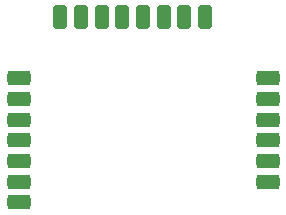
<source format=gbr>
%TF.GenerationSoftware,KiCad,Pcbnew,(6.0.6)*%
%TF.CreationDate,2022-08-03T19:41:37-05:00*%
%TF.ProjectId,GBOYAudioBreakout,47424f59-4175-4646-996f-427265616b6f,rev?*%
%TF.SameCoordinates,Original*%
%TF.FileFunction,Paste,Top*%
%TF.FilePolarity,Positive*%
%FSLAX46Y46*%
G04 Gerber Fmt 4.6, Leading zero omitted, Abs format (unit mm)*
G04 Created by KiCad (PCBNEW (6.0.6)) date 2022-08-03 19:41:37*
%MOMM*%
%LPD*%
G01*
G04 APERTURE LIST*
G04 Aperture macros list*
%AMRoundRect*
0 Rectangle with rounded corners*
0 $1 Rounding radius*
0 $2 $3 $4 $5 $6 $7 $8 $9 X,Y pos of 4 corners*
0 Add a 4 corners polygon primitive as box body*
4,1,4,$2,$3,$4,$5,$6,$7,$8,$9,$2,$3,0*
0 Add four circle primitives for the rounded corners*
1,1,$1+$1,$2,$3*
1,1,$1+$1,$4,$5*
1,1,$1+$1,$6,$7*
1,1,$1+$1,$8,$9*
0 Add four rect primitives between the rounded corners*
20,1,$1+$1,$2,$3,$4,$5,0*
20,1,$1+$1,$4,$5,$6,$7,0*
20,1,$1+$1,$6,$7,$8,$9,0*
20,1,$1+$1,$8,$9,$2,$3,0*%
G04 Aperture macros list end*
%ADD10RoundRect,0.312500X-0.687500X-0.312500X0.687500X-0.312500X0.687500X0.312500X-0.687500X0.312500X0*%
%ADD11RoundRect,0.312500X-0.312500X0.687500X-0.312500X-0.687500X0.312500X-0.687500X0.312500X0.687500X0*%
%ADD12RoundRect,0.312500X0.687500X0.312500X-0.687500X0.312500X-0.687500X-0.312500X0.687500X-0.312500X0*%
G04 APERTURE END LIST*
D10*
%TO.C,U1*%
X148120000Y-95205000D03*
X148120000Y-93455000D03*
X148120000Y-91705000D03*
X148120000Y-89955000D03*
X148120000Y-88205000D03*
X148120000Y-86455000D03*
X148120000Y-84705000D03*
D11*
X163900000Y-79475000D03*
X151650000Y-79475000D03*
X153400000Y-79475000D03*
X155150000Y-79475000D03*
X156900000Y-79475000D03*
X158650000Y-79475000D03*
X160400000Y-79475000D03*
X162150000Y-79475000D03*
D12*
X169220000Y-84705000D03*
X169220000Y-86455000D03*
X169220000Y-88205000D03*
X169220000Y-89955000D03*
X169220000Y-91705000D03*
X169220000Y-93455000D03*
%TD*%
M02*

</source>
